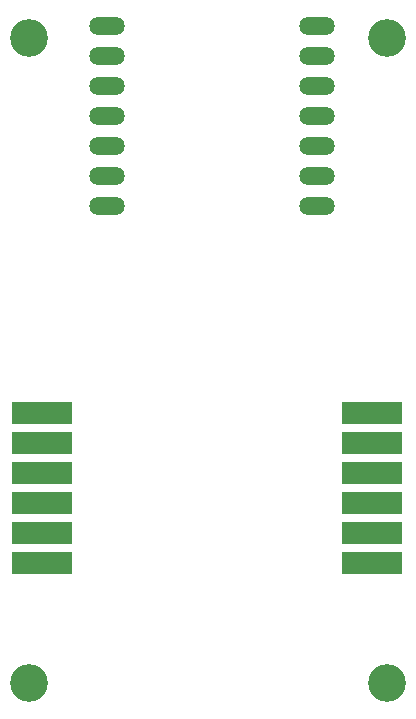
<source format=gbr>
%TF.GenerationSoftware,KiCad,Pcbnew,(6.0.6-0)*%
%TF.CreationDate,2025-03-25T10:56:26+01:00*%
%TF.ProjectId,5outputs,356f7574-7075-4747-932e-6b696361645f,rev?*%
%TF.SameCoordinates,Original*%
%TF.FileFunction,Soldermask,Bot*%
%TF.FilePolarity,Negative*%
%FSLAX46Y46*%
G04 Gerber Fmt 4.6, Leading zero omitted, Abs format (unit mm)*
G04 Created by KiCad (PCBNEW (6.0.6-0)) date 2025-03-25 10:56:26*
%MOMM*%
%LPD*%
G01*
G04 APERTURE LIST*
G04 Aperture macros list*
%AMRoundRect*
0 Rectangle with rounded corners*
0 $1 Rounding radius*
0 $2 $3 $4 $5 $6 $7 $8 $9 X,Y pos of 4 corners*
0 Add a 4 corners polygon primitive as box body*
4,1,4,$2,$3,$4,$5,$6,$7,$8,$9,$2,$3,0*
0 Add four circle primitives for the rounded corners*
1,1,$1+$1,$2,$3*
1,1,$1+$1,$4,$5*
1,1,$1+$1,$6,$7*
1,1,$1+$1,$8,$9*
0 Add four rect primitives between the rounded corners*
20,1,$1+$1,$2,$3,$4,$5,0*
20,1,$1+$1,$4,$5,$6,$7,0*
20,1,$1+$1,$6,$7,$8,$9,0*
20,1,$1+$1,$8,$9,$2,$3,0*%
G04 Aperture macros list end*
%ADD10C,3.200000*%
%ADD11RoundRect,0.800000X0.700000X0.000000X-0.700000X0.000000X-0.700000X0.000000X0.700000X0.000000X0*%
%ADD12R,5.080000X1.905000*%
G04 APERTURE END LIST*
D10*
%TO.C,H4*%
X228346000Y-89154000D03*
%TD*%
%TO.C,H2*%
X198021000Y-89154000D03*
%TD*%
%TO.C,H1*%
X198021000Y-34544000D03*
%TD*%
%TO.C,H3*%
X228346000Y-34544000D03*
%TD*%
D11*
%TO.C,U4*%
X222392000Y-33556076D03*
X222392000Y-36096076D03*
X222392000Y-38636076D03*
X222392000Y-41176076D03*
X222392000Y-43716076D03*
X222392000Y-46256076D03*
X222392000Y-48796076D03*
X204612000Y-48796076D03*
X204612000Y-46256076D03*
X204612000Y-43716076D03*
X204612000Y-41176076D03*
X204612000Y-38636076D03*
X204612000Y-36096076D03*
X204612000Y-33556076D03*
%TD*%
D12*
%TO.C,J3*%
X199136000Y-66294000D03*
X199136000Y-68834000D03*
X199136000Y-71374000D03*
X199136000Y-73914000D03*
X199136000Y-76454000D03*
X199136000Y-78994000D03*
%TD*%
%TO.C,J5*%
X227076000Y-66294000D03*
X227076000Y-68834000D03*
X227076000Y-71374000D03*
X227076000Y-73914000D03*
X227076000Y-76454000D03*
X227076000Y-78994000D03*
%TD*%
M02*

</source>
